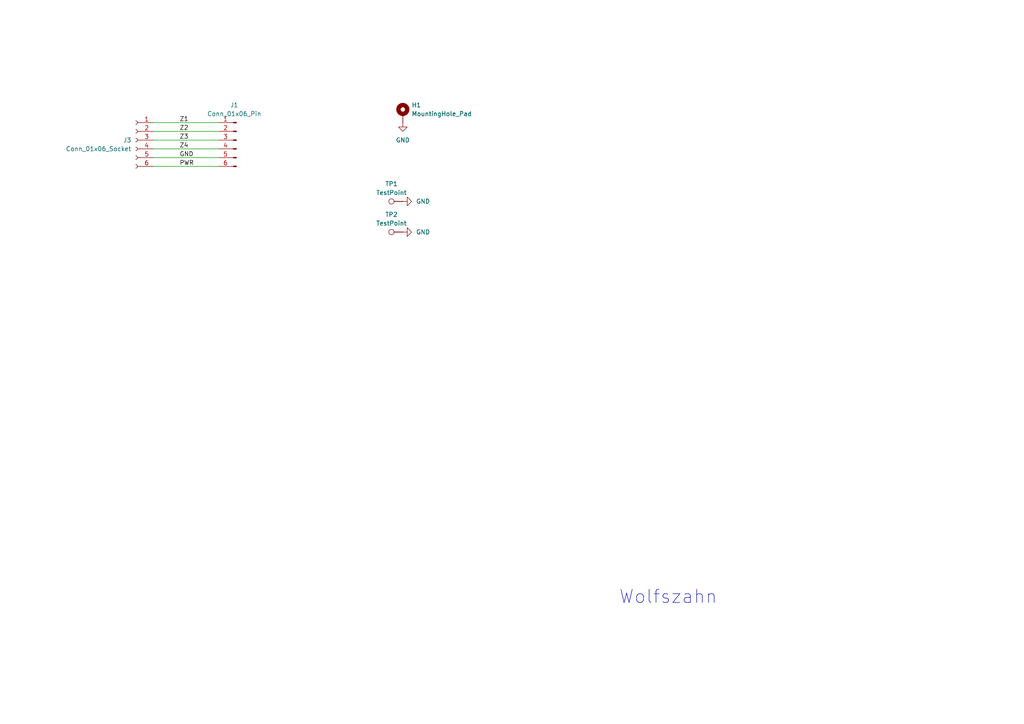
<source format=kicad_sch>
(kicad_sch (version 20231120) (generator "eeschema") (generator_version "8.0")
  (paper "A4")
  (title_block (title "Wolfszahn Adapter") (date "2025-05-17") (rev "V0") (company "Copyright © 2024 Lone Dynamics Corporation"))
  (lib_symbols
    (symbol "Connector:Conn_01x06_Pin" (pin_names (offset 1.016) hide)
      (property "Reference" "J" (at 0 7.62 0))
      (property "Value" "Conn_01x06_Pin" (at 0 -10.16 0))
      (symbol "Conn_01x06_Pin_1_1"
        (polyline (pts (xy 1.27 -7.62) (xy 0.8636 -7.62)) (stroke (width 0.1524)))
        (polyline (pts (xy 1.27 -5.08) (xy 0.8636 -5.08)) (stroke (width 0.1524)))
        (polyline (pts (xy 1.27 -2.54) (xy 0.8636 -2.54)) (stroke (width 0.1524)))
        (polyline (pts (xy 1.27 0) (xy 0.8636 0)) (stroke (width 0.1524)))
        (polyline (pts (xy 1.27 2.54) (xy 0.8636 2.54)) (stroke (width 0.1524)))
        (polyline (pts (xy 1.27 5.08) (xy 0.8636 5.08)) (stroke (width 0.1524)))
        (rectangle (start 0.8636 -7.493) (end 0 -7.747) (stroke (width 0.1524)) (fill (type outline)))
        (rectangle (start 0.8636 -4.953) (end 0 -5.207) (stroke (width 0.1524)) (fill (type outline)))
        (rectangle (start 0.8636 -2.413) (end 0 -2.667) (stroke (width 0.1524)) (fill (type outline)))
        (rectangle (start 0.8636 0.127) (end 0 -0.127) (stroke (width 0.1524)) (fill (type outline)))
        (rectangle (start 0.8636 2.667) (end 0 2.413) (stroke (width 0.1524)) (fill (type outline)))
        (rectangle (start 0.8636 5.207) (end 0 4.953) (stroke (width 0.1524)) (fill (type outline)))
        (pin passive line (at 5.08 5.08 180) (length 3.81) (name "Pin_1") (number "1"))
        (pin passive line (at 5.08 2.54 180) (length 3.81) (name "Pin_2") (number "2"))
        (pin passive line (at 5.08 0 180) (length 3.81) (name "Pin_3") (number "3"))
        (pin passive line (at 5.08 -2.54 180) (length 3.81) (name "Pin_4") (number "4"))
        (pin passive line (at 5.08 -5.08 180) (length 3.81) (name "Pin_5") (number "5"))
        (pin passive line (at 5.08 -7.62 180) (length 3.81) (name "Pin_6") (number "6"))
      )
    )
    (symbol "Connector:Conn_01x06_Socket" (pin_names (offset 1.016) hide)
      (property "Reference" "J" (at 0 7.62 0))
      (property "Value" "Conn_01x06_Socket" (at 0 -10.16 0))
      (symbol "Conn_01x06_Socket_1_1"
        (arc (start 0 -7.112) (mid -0.5058 -7.62) (end 0 -8.128) (stroke (width 0.1524)))
        (arc (start 0 -4.572) (mid -0.5058 -5.08) (end 0 -5.588) (stroke (width 0.1524)))
        (arc (start 0 -2.032) (mid -0.5058 -2.54) (end 0 -3.048) (stroke (width 0.1524)))
        (polyline (pts (xy -1.27 -7.62) (xy -0.508 -7.62)) (stroke (width 0.1524)))
        (polyline (pts (xy -1.27 -5.08) (xy -0.508 -5.08)) (stroke (width 0.1524)))
        (polyline (pts (xy -1.27 -2.54) (xy -0.508 -2.54)) (stroke (width 0.1524)))
        (polyline (pts (xy -1.27 0) (xy -0.508 0)) (stroke (width 0.1524)))
        (polyline (pts (xy -1.27 2.54) (xy -0.508 2.54)) (stroke (width 0.1524)))
        (polyline (pts (xy -1.27 5.08) (xy -0.508 5.08)) (stroke (width 0.1524)))
        (arc (start 0 0.508) (mid -0.5058 0) (end 0 -0.508) (stroke (width 0.1524)))
        (arc (start 0 3.048) (mid -0.5058 2.54) (end 0 2.032) (stroke (width 0.1524)))
        (arc (start 0 5.588) (mid -0.5058 5.08) (end 0 4.572) (stroke (width 0.1524)))
        (pin passive line (at -5.08 5.08 0) (length 3.81) (name "Pin_1") (number "1"))
        (pin passive line (at -5.08 2.54 0) (length 3.81) (name "Pin_2") (number "2"))
        (pin passive line (at -5.08 0 0) (length 3.81) (name "Pin_3") (number "3"))
        (pin passive line (at -5.08 -2.54 0) (length 3.81) (name "Pin_4") (number "4"))
        (pin passive line (at -5.08 -5.08 0) (length 3.81) (name "Pin_5") (number "5"))
        (pin passive line (at -5.08 -7.62 0) (length 3.81) (name "Pin_6") (number "6"))
      )
    )
    (symbol "Connector:TestPoint" (pin_numbers hide) (pin_names (offset 0.762) hide)
      (property "Reference" "TP" (at 0 6.858 0))
      (property "Value" "TestPoint" (at 0 5.08 0))
      (symbol "TestPoint_0_1"
        (circle (center 0 3.302) (radius 0.762))
      )
      (symbol "TestPoint_1_1"
        (pin passive line (at 0 0 90) (length 2.54) (name "1") (number "1"))
      )
    )
    (symbol "Mechanical:MountingHole_Pad" (pin_numbers hide) (pin_names (offset 1.016) hide) (exclude_from_sim yes) (in_bom no)
      (property "Reference" "H" (at 0 6.35 0))
      (property "Value" "MountingHole_Pad" (at 0 4.445 0))
      (symbol "MountingHole_Pad_0_1"
        (circle (center 0 1.27) (radius 1.27) (stroke (width 1.27)))
      )
      (symbol "MountingHole_Pad_1_1"
        (pin input line (at 0 -2.54 90) (length 2.54) (name "1") (number "1"))
      )
    )
    (symbol "power:GND" (power) (pin_numbers hide) (pin_names (offset 0) hide)
      (property "Value" "GND" (at 0 -3.81 0))
      (symbol "GND_0_1"
        (polyline (pts (xy 0 0) (xy 0 -1.27) (xy 1.27 -1.27) (xy 0 -2.54) (xy -1.27 -1.27) (xy 0 -1.27)))
      )
      (symbol "GND_1_1"
        (pin power_in line (at 0 0 270) (length 0) (name "~") (number "1"))
      )
    )
  )
  (wire (pts (xy 44.45 35.56) (xy 63.5 35.56)))
  (wire (pts (xy 44.45 38.1) (xy 63.5 38.1)))
  (wire (pts (xy 44.45 48.26) (xy 63.5 48.26)))
  (wire (pts (xy 44.45 45.72) (xy 63.5 45.72)))
  (wire (pts (xy 44.45 43.18) (xy 63.5 43.18)))
  (wire (pts (xy 44.45 40.64) (xy 63.5 40.64)))
  (text "Wolfszahn" (at 193.802 173.228 0) (effects (font (size 3.81 3.81))))
  (label "PWR" (at 52.07 48.26 0))
  (label "Z1" (at 52.07 35.56 0))
  (label "GND" (at 52.07 45.72 0))
  (label "Z2" (at 52.07 38.1 0))
  (label "Z3" (at 52.07 40.64 0))
  (label "Z4" (at 52.07 43.18 0))
  (symbol (lib_id "Mechanical:MountingHole_Pad") (at 116.84 33.02 0) (unit 1) (exclude_from_sim yes) (in_bom no)
    (property "Reference" "H1" (at 119.38 30.4799 0) (effects (justify left)))
    (property "Value" "MountingHole_Pad" (at 119.38 33.0199 0) (effects (justify left)))
    (property "Footprint" "MountingHole:MountingHole_2.7mm_M2.5_DIN965_Pad_TopOnly" (effects (hide yes)))
    (property "Description" "Mounting Hole with connection" (effects (hide yes)))
  )
  (symbol (lib_id "power:GND") (at 116.84 35.56 0) (unit 1)
    (property "Reference" "#PWR1" (effects (hide yes)))
    (property "Value" "GND" (at 116.84 40.64 0))
    (property "Description" "Power symbol creates a global label with name \"GND\" , ground" (effects (hide yes)))
  )
  (symbol (lib_id "power:GND") (at 116.84 58.42 90) (unit 1)
    (property "Reference" "#PWR2" (effects (hide yes)))
    (property "Value" "GND" (at 120.65 58.4199 90) (effects (justify right)))
    (property "Description" "Power symbol creates a global label with name \"GND\" , ground" (effects (hide yes)))
  )
  (symbol (lib_id "Connector:Conn_01x06_Pin") (at 68.58 40.64 0) (mirror y) (unit 1)
    (property "Reference" "J1" (at 67.945 30.48 0))
    (property "Value" "Conn_01x06_Pin" (at 67.945 33.02 0))
    (property "Footprint" "Connector_PinHeader_2.54mm:PinHeader_1x06_P2.54mm_Horizontal" (effects (hide yes)))
    (property "Description" "Generic connector, single row, 01x06, script generated" (effects (hide yes)))
  )
  (symbol (lib_id "Connector:TestPoint") (at 116.84 58.42 90) (unit 1)
    (property "Reference" "TP1" (at 113.538 53.34 90))
    (property "Value" "TestPoint" (at 113.538 55.88 90))
    (property "Footprint" "TestPoint:TestPoint_Pad_1.5x1.5mm" (effects (hide yes)))
    (property "Description" "test point" (effects (hide yes)))
  )
  (symbol (lib_id "Connector:Conn_01x06_Socket") (at 39.37 40.64 0) (mirror y) (unit 1)
    (property "Reference" "J3" (at 38.1 40.6399 0) (effects (justify left)))
    (property "Value" "Conn_01x06_Socket" (at 38.1 43.1799 0) (effects (justify left)))
    (property "Footprint" "LD-CONNECTORS:SPRING-MALE-6P-TIGHTHOLES" (effects (hide yes)))
    (property "Description" "Generic connector, single row, 01x06, script generated" (effects (hide yes)))
  )
  (symbol (lib_id "Connector:TestPoint") (at 116.84 67.31 90) (unit 1)
    (property "Reference" "TP2" (at 113.538 62.23 90))
    (property "Value" "TestPoint" (at 113.538 64.77 90))
    (property "Footprint" "TestPoint:TestPoint_Pad_1.5x1.5mm" (effects (hide yes)))
    (property "Description" "test point" (effects (hide yes)))
  )
  (symbol (lib_id "power:GND") (at 116.84 67.31 90) (unit 1)
    (property "Reference" "#PWR3" (effects (hide yes)))
    (property "Value" "GND" (at 120.65 67.3099 90) (effects (justify right)))
    (property "Description" "Power symbol creates a global label with name \"GND\" , ground" (effects (hide yes)))
  )
)
</source>
